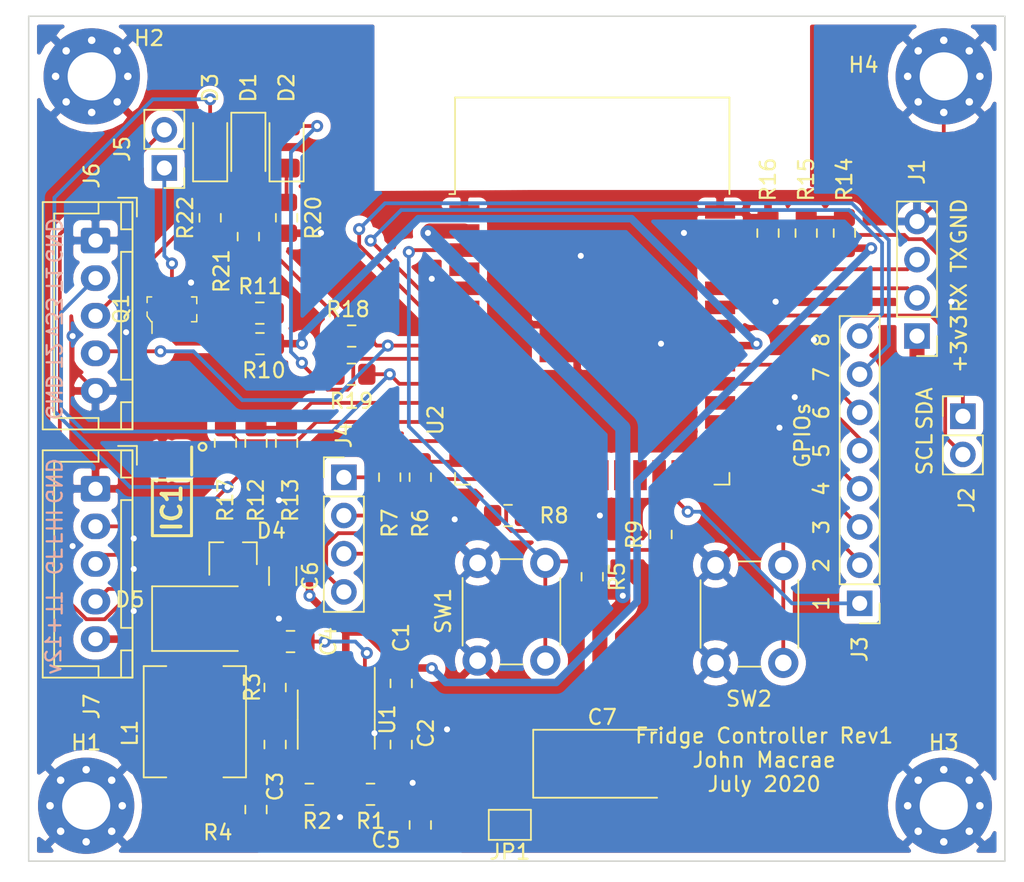
<source format=kicad_pcb>
(kicad_pcb (version 20171130) (host pcbnew "(5.1.6)-1")
  (layers (0 F.Cu signal) (31 B.Cu signal) (34 B.Paste user) (35 F.Paste user) (36 B.SilkS user) (37 F.SilkS user) (38 B.Mask user) (39 F.Mask user) (44 Edge.Cuts user))
  (net 0 "")
  (net 1 GND)
  (net 2 +12V)
  (net 3 "Net-(C2-Pad2)")
  (net 4 "Net-(C3-Pad2)")
  (net 5 "Net-(C4-Pad2)")
  (net 6 "Net-(C4-Pad1)")
  (net 7 +3V3)
  (net 8 "Net-(R5-Pad1)")
  (net 9 tempSig)
  (net 10 tempSig2)
  (net 11 buzzer)
  (net 12 PWM)
  (net 13 SCL)
  (net 14 faultLED)
  (net 15 faultIn)
  (net 16 JTAG3)
  (net 17 JTAG1)
  (net 18 JTAG2)
  (net 19 JTAG4)
  (net 20 GPIO2)
  (net 21 "Net-(SW2-Pad1)")
  (net 22 GPIO3)
  (net 23 GPIO4)
  (net 24 GPIO1)
  (net 25 GPIO5)
  (net 26 GPIO6)
  (net 27 GPIO7)
  (net 28 RX)
  (net 29 TX)
  (net 30 vsens)
  (net 31 SDA)
  (net 32 GNDF)
  (net 33 TermT)
  (net 34 "Net-(D1-Pad1)")
  (net 35 "Net-(D2-Pad1)")
  (net 36 v33)
  (net 37 faultHi)
  (net 38 "Net-(D3-Pad1)")
  (net 39 "Net-(J4-Pad4)")
  (net 40 "Net-(J4-Pad3)")
  (net 41 "Net-(J4-Pad2)")
  (net 42 "Net-(J4-Pad1)")
  (net 43 "Net-(J5-Pad1)")
  (net 44 "Net-(R1-Pad1)")
  (net 45 "Net-(R2-Pad1)")
  (net 46 "Net-(R3-Pad1)")
  (net 47 "Net-(R14-Pad2)")
  (net 48 VCC)
  (net 49 "Net-(IC1-Pad1)")
  (net 50 GPIO8)
  (net 51 "Net-(Q1-Pad1)")
  (net 52 "Net-(C5-Pad1)")
  (module Capacitor_Tantalum_SMD:CP_EIA-7343-31_Kemet-D_Pad2.25x2.55mm_HandSolder (layer F.Cu) (at 100.99 94.488)
    (fp_text reference C7 (at 0 -3.1) (layer F.SilkS))
    (fp_text value 220u)
    (pad 2 smd roundrect (at 3.2 0) (size 2.25 2.55) (layers F.Cu F.Paste F.Mask) (roundrect_rratio 0.111111) (net 1 GND))
    (pad 1 smd roundrect (at -3.2 0) (size 2.25 2.55) (layers F.Cu F.Paste F.Mask) (roundrect_rratio 0.111111) (net 52 "Net-(C5-Pad1)"))
  )
  (module Jumper:SolderJumper-2_P1.3mm_Open_Pad1.0x1.5mm (layer F.Cu) (at 94.854 98.552 180)
    (fp_text reference JP1 (at 0 -1.8) (layer F.SilkS))
    (fp_text value SolderJumper_2_Bridged)
    (pad 1 smd rect (at -0.65 0 180) (size 1 1.5) (layers F.Cu F.Mask) (net 7 +3V3))
    (pad 2 smd rect (at 0.65 0 180) (size 1 1.5) (layers F.Cu F.Mask) (net 52 "Net-(C5-Pad1)"))
  )
  (module Diode_SMD:D_SMB (layer F.Cu) (at 74.6205 84.836)
    (fp_text reference D5 (at -5.0245 -1.27) (layer F.SilkS))
    (fp_text value P6SMB22CA)
    (pad 2 smd rect (at 2.15 0) (size 2.5 2.3) (layers F.Cu F.Paste F.Mask) (net 1 GND))
    (pad 1 smd rect (at -2.15 0) (size 2.5 2.3) (layers F.Cu F.Paste F.Mask) (net 48 VCC))
  )
  (module Package_SO:HSOP-8-1EP_3.9x4.9mm_P1.27mm_EP2.41x3.1mm (layer F.Cu) (at 83.312 91.55 270)
    (fp_text reference U1 (at 0 -3.4 270) (layer F.SilkS))
    (fp_text value EUP3476)
    (pad 1 smd rect (at -2.65 -1.905 270) (size 1.6 0.6) (layers F.Cu F.Paste F.Mask) (net 5 "Net-(C4-Pad2)"))
    (pad 2 smd roundrect (at -2.65 -0.635 270) (size 1.6 0.6) (layers F.Cu F.Paste F.Mask) (net 2 +12V))
    (pad 3 smd roundrect (at -2.65 0.635 270) (size 1.6 0.6) (layers F.Cu F.Paste F.Mask) (net 6 "Net-(C4-Pad1)"))
    (pad 4 smd roundrect (at -2.65 1.905 270) (size 1.6 0.6) (layers F.Cu F.Paste F.Mask) (net 1 GND))
    (pad 5 smd roundrect (at 2.65 1.905 270) (size 1.6 0.6) (layers F.Cu F.Paste F.Mask) (net 46 "Net-(R3-Pad1)"))
    (pad 6 smd roundrect (at 2.65 0.635 270) (size 1.6 0.6) (layers F.Cu F.Paste F.Mask) (net 45 "Net-(R2-Pad1)"))
    (pad 7 smd roundrect (at 2.65 -0.635 270) (size 1.6 0.6) (layers F.Cu F.Paste F.Mask) (net 44 "Net-(R1-Pad1)"))
    (pad 8 smd roundrect (at 2.65 -1.905 270) (size 1.6 0.6) (layers F.Cu F.Paste F.Mask) (net 3 "Net-(C2-Pad2)"))
    (pad 9 smd rect (at 0 0 270) (size 2.41 3.1) (layers F.Cu F.Mask) (net 1 GND))
  )
  (module MountingHole:MountingHole_3.2mm_M3_Pad_Via (layer F.Cu) (at 123.698 48.768)
    (fp_text reference H4 (at -5.334 -0.762) (layer F.SilkS))
    (fp_text value MountingHole_Pad)
    (pad 1 thru_hole circle (at 1.697056 -1.697056) (size 0.8 0.8) (drill 0.5) (layers *.Cu *.Mask) (net 1 GND))
    (pad 1 thru_hole circle (at 0 -2.4) (size 0.8 0.8) (drill 0.5) (layers *.Cu *.Mask) (net 1 GND))
    (pad 1 thru_hole circle (at -1.697056 -1.697056) (size 0.8 0.8) (drill 0.5) (layers *.Cu *.Mask) (net 1 GND))
    (pad 1 thru_hole circle (at -2.4 0) (size 0.8 0.8) (drill 0.5) (layers *.Cu *.Mask) (net 1 GND))
    (pad 1 thru_hole circle (at -1.697056 1.697056) (size 0.8 0.8) (drill 0.5) (layers *.Cu *.Mask) (net 1 GND))
    (pad 1 thru_hole circle (at 0 2.4) (size 0.8 0.8) (drill 0.5) (layers *.Cu *.Mask) (net 1 GND))
    (pad 1 thru_hole circle (at 1.697056 1.697056) (size 0.8 0.8) (drill 0.5) (layers *.Cu *.Mask) (net 1 GND))
    (pad 1 thru_hole circle (at 2.4 0) (size 0.8 0.8) (drill 0.5) (layers *.Cu *.Mask) (net 1 GND))
    (pad 1 thru_hole circle (at 0 0) (size 6.4 6.4) (drill 3.2) (layers *.Cu *.Mask) (net 1 GND))
  )
  (module MountingHole:MountingHole_3.2mm_M3_Pad_Via (layer F.Cu) (at 123.698 97.282)
    (fp_text reference H3 (at 0 -4.2) (layer F.SilkS))
    (fp_text value MountingHole_Pad)
    (pad 1 thru_hole circle (at 1.697056 -1.697056) (size 0.8 0.8) (drill 0.5) (layers *.Cu *.Mask) (net 1 GND))
    (pad 1 thru_hole circle (at 0 -2.4) (size 0.8 0.8) (drill 0.5) (layers *.Cu *.Mask) (net 1 GND))
    (pad 1 thru_hole circle (at -1.697056 -1.697056) (size 0.8 0.8) (drill 0.5) (layers *.Cu *.Mask) (net 1 GND))
    (pad 1 thru_hole circle (at -2.4 0) (size 0.8 0.8) (drill 0.5) (layers *.Cu *.Mask) (net 1 GND))
    (pad 1 thru_hole circle (at -1.697056 1.697056) (size 0.8 0.8) (drill 0.5) (layers *.Cu *.Mask) (net 1 GND))
    (pad 1 thru_hole circle (at 0 2.4) (size 0.8 0.8) (drill 0.5) (layers *.Cu *.Mask) (net 1 GND))
    (pad 1 thru_hole circle (at 1.697056 1.697056) (size 0.8 0.8) (drill 0.5) (layers *.Cu *.Mask) (net 1 GND))
    (pad 1 thru_hole circle (at 2.4 0) (size 0.8 0.8) (drill 0.5) (layers *.Cu *.Mask) (net 1 GND))
    (pad 1 thru_hole circle (at 0 0) (size 6.4 6.4) (drill 3.2) (layers *.Cu *.Mask) (net 1 GND))
  )
  (module MountingHole:MountingHole_3.2mm_M3_Pad_Via (layer F.Cu) (at 67.056 48.768)
    (fp_text reference H2 (at 3.81 -2.54) (layer F.SilkS))
    (fp_text value MountingHole_Pad)
    (pad 1 thru_hole circle (at 1.697056 -1.697056) (size 0.8 0.8) (drill 0.5) (layers *.Cu *.Mask) (net 1 GND))
    (pad 1 thru_hole circle (at 0 -2.4) (size 0.8 0.8) (drill 0.5) (layers *.Cu *.Mask) (net 1 GND))
    (pad 1 thru_hole circle (at -1.697056 -1.697056) (size 0.8 0.8) (drill 0.5) (layers *.Cu *.Mask) (net 1 GND))
    (pad 1 thru_hole circle (at -2.4 0) (size 0.8 0.8) (drill 0.5) (layers *.Cu *.Mask) (net 1 GND))
    (pad 1 thru_hole circle (at -1.697056 1.697056) (size 0.8 0.8) (drill 0.5) (layers *.Cu *.Mask) (net 1 GND))
    (pad 1 thru_hole circle (at 0 2.4) (size 0.8 0.8) (drill 0.5) (layers *.Cu *.Mask) (net 1 GND))
    (pad 1 thru_hole circle (at 1.697056 1.697056) (size 0.8 0.8) (drill 0.5) (layers *.Cu *.Mask) (net 1 GND))
    (pad 1 thru_hole circle (at 2.4 0) (size 0.8 0.8) (drill 0.5) (layers *.Cu *.Mask) (net 1 GND))
    (pad 1 thru_hole circle (at 0 0) (size 6.4 6.4) (drill 3.2) (layers *.Cu *.Mask) (net 1 GND))
  )
  (module MountingHole:MountingHole_3.2mm_M3_Pad_Via (layer F.Cu) (at 66.688 97.282)
    (fp_text reference H1 (at 0 -4.2) (layer F.SilkS))
    (fp_text value MountingHole_Pad)
    (pad 1 thru_hole circle (at 1.697056 -1.697056) (size 0.8 0.8) (drill 0.5) (layers *.Cu *.Mask) (net 1 GND))
    (pad 1 thru_hole circle (at 0 -2.4) (size 0.8 0.8) (drill 0.5) (layers *.Cu *.Mask) (net 1 GND))
    (pad 1 thru_hole circle (at -1.697056 -1.697056) (size 0.8 0.8) (drill 0.5) (layers *.Cu *.Mask) (net 1 GND))
    (pad 1 thru_hole circle (at -2.4 0) (size 0.8 0.8) (drill 0.5) (layers *.Cu *.Mask) (net 1 GND))
    (pad 1 thru_hole circle (at -1.697056 1.697056) (size 0.8 0.8) (drill 0.5) (layers *.Cu *.Mask) (net 1 GND))
    (pad 1 thru_hole circle (at 0 2.4) (size 0.8 0.8) (drill 0.5) (layers *.Cu *.Mask) (net 1 GND))
    (pad 1 thru_hole circle (at 1.697056 1.697056) (size 0.8 0.8) (drill 0.5) (layers *.Cu *.Mask) (net 1 GND))
    (pad 1 thru_hole circle (at 2.4 0) (size 0.8 0.8) (drill 0.5) (layers *.Cu *.Mask) (net 1 GND))
    (pad 1 thru_hole circle (at 0 0) (size 6.4 6.4) (drill 3.2) (layers *.Cu *.Mask) (net 1 GND))
  )
  (module SamacSys_Parts:SOIC127P700X242-4N (layer F.Cu) (at 72.39 77.47 270)
    (fp_text reference IC1 (at 0 0 90) (layer F.SilkS) (effects (font (size 1.27 1.27) (thickness 0.254))))
    (fp_text value ACPL-217-56AE hide)
    (pad 1 smd rect (at -3.125 -0.635) (size 0.65 1.85) (layers F.Cu F.Paste F.Mask) (net 49 "Net-(IC1-Pad1)"))
    (pad 2 smd rect (at -3.125 0.635) (size 0.65 1.85) (layers F.Cu F.Paste F.Mask) (net 1 GND))
    (pad 3 smd rect (at 3.125 0.635) (size 0.65 1.85) (layers F.Cu F.Paste F.Mask) (net 32 GNDF))
    (pad 4 smd rect (at 3.125 -0.635) (size 0.65 1.85) (layers F.Cu F.Paste F.Mask) (net 33 TermT))
  )
  (module Resistor_SMD:R_0805_2012Metric_Pad1.15x1.40mm_HandSolder (layer F.Cu) (at 80.01 73.161 270)
    (fp_text reference R13 (at 3.801 -0.254 90) (layer F.SilkS))
    (fp_text value 20k)
    (pad 1 smd roundrect (at -1.025 0 270) (size 1.15 1.4) (layers F.Cu F.Paste F.Mask) (roundrect_rratio 0.217391) (net 15 faultIn))
    (pad 2 smd roundrect (at 1.025 0 270) (size 1.15 1.4) (layers F.Cu F.Paste F.Mask) (roundrect_rratio 0.217391) (net 1 GND))
  )
  (module Connector_JST:JST_XH_B5B-XH-A_1x05_P2.50mm_Vertical (layer F.Cu) (at 67.31 76.2 270)
    (fp_text reference J7 (at 14.478 0.254 90) (layer F.SilkS))
    (fp_text value Conn_01x05_Male)
    (pad 1 thru_hole roundrect (at 0 0 270) (size 1.7 1.95) (drill 0.95) (layers *.Cu *.Mask) (roundrect_rratio 0.147059) (net 1 GND))
    (pad 2 thru_hole oval (at 2.5 0 270) (size 1.7 1.95) (drill 0.95) (layers *.Cu *.Mask) (net 37 faultHi))
    (pad 3 thru_hole oval (at 5 0 270) (size 1.7 1.95) (drill 0.95) (layers *.Cu *.Mask) (net 32 GNDF))
    (pad 4 thru_hole oval (at 7.5 0 270) (size 1.7 1.95) (drill 0.95) (layers *.Cu *.Mask) (net 33 TermT))
    (pad 5 thru_hole oval (at 10 0 270) (size 1.7 1.95) (drill 0.95) (layers *.Cu *.Mask) (net 48 VCC))
  )
  (module Capacitor_SMD:C_0805_2012Metric_Pad1.15x1.40mm_HandSolder (layer F.Cu) (at 87.63 89.145 90)
    (fp_text reference C1 (at 3.039 0 90) (layer F.SilkS))
    (fp_text value 10u)
    (pad 1 smd roundrect (at -1.025 0 90) (size 1.15 1.4) (layers F.Cu F.Paste F.Mask) (roundrect_rratio 0.217391) (net 1 GND))
    (pad 2 smd roundrect (at 1.025 0 90) (size 1.15 1.4) (layers F.Cu F.Paste F.Mask) (roundrect_rratio 0.217391) (net 2 +12V))
  )
  (module Capacitor_SMD:C_0805_2012Metric_Pad1.15x1.40mm_HandSolder (layer F.Cu) (at 87.63 93.209 270)
    (fp_text reference C2 (at -0.753 -1.65 90) (layer F.SilkS))
    (fp_text value .1u)
    (pad 2 smd roundrect (at 1.025 0 270) (size 1.15 1.4) (layers F.Cu F.Paste F.Mask) (roundrect_rratio 0.217391) (net 3 "Net-(C2-Pad2)"))
    (pad 1 smd roundrect (at -1.025 0 270) (size 1.15 1.4) (layers F.Cu F.Paste F.Mask) (roundrect_rratio 0.217391) (net 1 GND))
  )
  (module Capacitor_SMD:C_0805_2012Metric_Pad1.15x1.40mm_HandSolder (layer F.Cu) (at 79.248 93.209 270)
    (fp_text reference C3 (at 2.803 0 90) (layer F.SilkS))
    (fp_text value 2.2n)
    (pad 1 smd roundrect (at -1.025 0 270) (size 1.15 1.4) (layers F.Cu F.Paste F.Mask) (roundrect_rratio 0.217391) (net 1 GND))
    (pad 2 smd roundrect (at 1.025 0 270) (size 1.15 1.4) (layers F.Cu F.Paste F.Mask) (roundrect_rratio 0.217391) (net 4 "Net-(C3-Pad2)"))
  )
  (module Capacitor_SMD:C_0805_2012Metric_Pad1.15x1.40mm_HandSolder (layer F.Cu) (at 80.273 86.36)
    (fp_text reference C4 (at 2.531 0 90) (layer F.SilkS))
    (fp_text value 10n)
    (pad 2 smd roundrect (at 1.025 0) (size 1.15 1.4) (layers F.Cu F.Paste F.Mask) (roundrect_rratio 0.217391) (net 5 "Net-(C4-Pad2)"))
    (pad 1 smd roundrect (at -1.025 0) (size 1.15 1.4) (layers F.Cu F.Paste F.Mask) (roundrect_rratio 0.217391) (net 6 "Net-(C4-Pad1)"))
  )
  (module Capacitor_SMD:C_0805_2012Metric_Pad1.15x1.40mm_HandSolder (layer F.Cu) (at 88.9 98.561 90)
    (fp_text reference C5 (at -1.007 -2.286 180) (layer F.SilkS))
    (fp_text value 22u)
    (pad 1 smd roundrect (at -1.025 0 90) (size 1.15 1.4) (layers F.Cu F.Paste F.Mask) (roundrect_rratio 0.217391) (net 52 "Net-(C5-Pad1)"))
    (pad 2 smd roundrect (at 1.025 0 90) (size 1.15 1.4) (layers F.Cu F.Paste F.Mask) (roundrect_rratio 0.217391) (net 1 GND))
  )
  (module LED_SMD:LED_1206_3216Metric (layer F.Cu) (at 80.01 53.47 90)
    (fp_text reference D1 (at 3.94 -2.54 90) (layer F.SilkS))
    (fp_text value "Blue LED")
    (pad 1 smd roundrect (at -1.4 0 90) (size 1.25 1.75) (layers F.Cu F.Paste F.Mask) (roundrect_rratio 0.2) (net 34 "Net-(D1-Pad1)"))
    (pad 2 smd roundrect (at 1.4 0 90) (size 1.25 1.75) (layers F.Cu F.Paste F.Mask) (roundrect_rratio 0.2) (net 14 faultLED))
  )
  (module LED_SMD:LED_1206_3216Metric (layer F.Cu) (at 77.47 53.47 270)
    (fp_text reference D2 (at -3.94 -2.54 90) (layer F.SilkS))
    (fp_text value "Green LED")
    (pad 1 smd roundrect (at -1.4 0 270) (size 1.25 1.75) (layers F.Cu F.Paste F.Mask) (roundrect_rratio 0.2) (net 35 "Net-(D2-Pad1)"))
    (pad 2 smd roundrect (at 1.4 0 270) (size 1.25 1.75) (layers F.Cu F.Paste F.Mask) (roundrect_rratio 0.2) (net 36 v33))
  )
  (module LED_SMD:LED_1206_3216Metric (layer F.Cu) (at 74.93 53.467 90)
    (fp_text reference D3 (at 3.937 0 90) (layer F.SilkS))
    (fp_text value Red)
    (pad 2 smd roundrect (at 1.4 0 90) (size 1.25 1.75) (layers F.Cu F.Paste F.Mask) (roundrect_rratio 0.2) (net 37 faultHi))
    (pad 1 smd roundrect (at -1.4 0 90) (size 1.25 1.75) (layers F.Cu F.Paste F.Mask) (roundrect_rratio 0.2) (net 38 "Net-(D3-Pad1)"))
  )
  (module Connector_PinHeader_2.54mm:PinHeader_1x04_P2.54mm_Vertical (layer F.Cu) (at 121.92 66.04 180)
    (fp_text reference J1 (at 0 10.922 270) (layer F.SilkS))
    (fp_text value Conn_01x04_Male)
    (pad 1 thru_hole rect (at 0 0 180) (size 1.7 1.7) (drill 1) (layers *.Cu *.Mask) (net 7 +3V3))
    (pad 2 thru_hole oval (at 0 2.54 180) (size 1.7 1.7) (drill 1) (layers *.Cu *.Mask) (net 28 RX))
    (pad 3 thru_hole oval (at 0 5.08 180) (size 1.7 1.7) (drill 1) (layers *.Cu *.Mask) (net 29 TX))
    (pad 4 thru_hole oval (at 0 7.62 180) (size 1.7 1.7) (drill 1) (layers *.Cu *.Mask) (net 1 GND))
  )
  (module Connector_PinHeader_2.54mm:PinHeader_1x02_P2.54mm_Vertical (layer F.Cu) (at 124.968 71.374)
    (fp_text reference J2 (at 0.254 5.588 90) (layer F.SilkS))
    (fp_text value Conn_01x02_Male)
    (pad 2 thru_hole oval (at 0 2.54) (size 1.7 1.7) (drill 1) (layers *.Cu *.Mask) (net 13 SCL))
    (pad 1 thru_hole rect (at 0 0) (size 1.7 1.7) (drill 1) (layers *.Cu *.Mask) (net 31 SDA))
  )
  (module Connector_PinHeader_2.54mm:PinHeader_1x04_P2.54mm_Vertical (layer F.Cu) (at 83.82 75.438)
    (fp_text reference J4 (at 0 -2.794 -90) (layer F.SilkS))
    (fp_text value Conn_01x04_Male)
    (pad 4 thru_hole oval (at 0 7.62) (size 1.7 1.7) (drill 1) (layers *.Cu *.Mask) (net 39 "Net-(J4-Pad4)"))
    (pad 3 thru_hole oval (at 0 5.08) (size 1.7 1.7) (drill 1) (layers *.Cu *.Mask) (net 40 "Net-(J4-Pad3)"))
    (pad 2 thru_hole oval (at 0 2.54) (size 1.7 1.7) (drill 1) (layers *.Cu *.Mask) (net 41 "Net-(J4-Pad2)"))
    (pad 1 thru_hole rect (at 0 0) (size 1.7 1.7) (drill 1) (layers *.Cu *.Mask) (net 42 "Net-(J4-Pad1)"))
  )
  (module Connector_PinHeader_2.54mm:PinHeader_1x02_P2.54mm_Vertical (layer F.Cu) (at 71.882 54.864 180)
    (fp_text reference J5 (at 2.794 1.27 90) (layer F.SilkS))
    (fp_text value Conn_01x02_Male)
    (pad 1 thru_hole rect (at 0 0 180) (size 1.7 1.7) (drill 1) (layers *.Cu *.Mask) (net 43 "Net-(J5-Pad1)"))
    (pad 2 thru_hole oval (at 0 2.54 180) (size 1.7 1.7) (drill 1) (layers *.Cu *.Mask) (net 2 +12V))
  )
  (module Connector_JST:JST_XH_B5B-XH-A_1x05_P2.50mm_Vertical (layer F.Cu) (at 67.31 59.69 270)
    (fp_text reference J6 (at -4.318 0.254 90) (layer F.SilkS))
    (fp_text value Conn_01x05_Male)
    (pad 5 thru_hole oval (at 10 0 270) (size 1.7 1.95) (drill 0.95) (layers *.Cu *.Mask) (net 1 GND))
    (pad 4 thru_hole oval (at 7.5 0 270) (size 1.7 1.95) (drill 0.95) (layers *.Cu *.Mask) (net 10 tempSig2))
    (pad 3 thru_hole oval (at 5 0 270) (size 1.7 1.95) (drill 0.95) (layers *.Cu *.Mask) (net 36 v33))
    (pad 2 thru_hole oval (at 2.5 0 270) (size 1.7 1.95) (drill 0.95) (layers *.Cu *.Mask) (net 9 tempSig))
    (pad 1 thru_hole roundrect (at 0 0 270) (size 1.7 1.95) (drill 0.95) (layers *.Cu *.Mask) (roundrect_rratio 0.147059) (net 1 GND))
  )
  (module Inductor_SMD:L_Abracon_ASPI-0630LR (layer F.Cu) (at 73.914 91.694 270)
    (fp_text reference L1 (at 0.762 4.318 90) (layer F.SilkS))
    (fp_text value 6.8u)
    (pad 1 smd roundrect (at -3.025 0 270) (size 2.35 3.4) (layers F.Cu F.Paste F.Mask) (roundrect_rratio 0.1) (net 6 "Net-(C4-Pad1)"))
    (pad 2 smd roundrect (at 3.025 0 270) (size 2.35 3.4) (layers F.Cu F.Paste F.Mask) (roundrect_rratio 0.1) (net 52 "Net-(C5-Pad1)"))
  )
  (module Resistor_SMD:R_0805_2012Metric_Pad1.15x1.40mm_HandSolder (layer F.Cu) (at 85.589 96.52)
    (fp_text reference R1 (at 0.009 1.778) (layer F.SilkS))
    (fp_text value 100k)
    (pad 2 smd roundrect (at 1.025 0) (size 1.15 1.4) (layers F.Cu F.Paste F.Mask) (roundrect_rratio 0.217391) (net 2 +12V))
    (pad 1 smd roundrect (at -1.025 0) (size 1.15 1.4) (layers F.Cu F.Paste F.Mask) (roundrect_rratio 0.217391) (net 44 "Net-(R1-Pad1)"))
  )
  (module Resistor_SMD:R_0805_2012Metric_Pad1.15x1.40mm_HandSolder (layer F.Cu) (at 81.525 96.52 180)
    (fp_text reference R2 (at -0.517 -1.778) (layer F.SilkS))
    (fp_text value 10k)
    (pad 1 smd roundrect (at -1.025 0 180) (size 1.15 1.4) (layers F.Cu F.Paste F.Mask) (roundrect_rratio 0.217391) (net 45 "Net-(R2-Pad1)"))
    (pad 2 smd roundrect (at 1.025 0 180) (size 1.15 1.4) (layers F.Cu F.Paste F.Mask) (roundrect_rratio 0.217391) (net 4 "Net-(C3-Pad2)"))
  )
  (module Resistor_SMD:R_0805_2012Metric_Pad1.15x1.40mm_HandSolder (layer F.Cu) (at 79.248 89.417 90)
    (fp_text reference R3 (at 0.009 -1.524 90) (layer F.SilkS))
    (fp_text value 10k)
    (pad 2 smd roundrect (at 1.025 0 90) (size 1.15 1.4) (layers F.Cu F.Paste F.Mask) (roundrect_rratio 0.217391) (net 1 GND))
    (pad 1 smd roundrect (at -1.025 0 90) (size 1.15 1.4) (layers F.Cu F.Paste F.Mask) (roundrect_rratio 0.217391) (net 46 "Net-(R3-Pad1)"))
  )
  (module Resistor_SMD:R_0805_2012Metric_Pad1.15x1.40mm_HandSolder (layer F.Cu) (at 77.978 97.536 270)
    (fp_text reference R4 (at 1.524 2.54) (layer F.SilkS))
    (fp_text value 31.25k)
    (pad 1 smd roundrect (at -1.025 0 270) (size 1.15 1.4) (layers F.Cu F.Paste F.Mask) (roundrect_rratio 0.217391) (net 46 "Net-(R3-Pad1)"))
    (pad 2 smd roundrect (at 1.025 0 270) (size 1.15 1.4) (layers F.Cu F.Paste F.Mask) (roundrect_rratio 0.217391) (net 52 "Net-(C5-Pad1)"))
  )
  (module Resistor_SMD:R_0805_2012Metric_Pad1.15x1.40mm_HandSolder (layer F.Cu) (at 100.33 82.051 270)
    (fp_text reference R5 (at 0 -1.65 90) (layer F.SilkS))
    (fp_text value 1k)
    (pad 2 smd roundrect (at 1.025 0 270) (size 1.15 1.4) (layers F.Cu F.Paste F.Mask) (roundrect_rratio 0.217391) (net 7 +3V3))
    (pad 1 smd roundrect (at -1.025 0 270) (size 1.15 1.4) (layers F.Cu F.Paste F.Mask) (roundrect_rratio 0.217391) (net 8 "Net-(R5-Pad1)"))
  )
  (module Resistor_SMD:R_0805_2012Metric_Pad1.15x1.40mm_HandSolder (layer F.Cu) (at 88.9 75.429 270)
    (fp_text reference R6 (at 3.057 0 90) (layer F.SilkS))
    (fp_text value 100R)
    (pad 2 smd roundrect (at 1.025 0 270) (size 1.15 1.4) (layers F.Cu F.Paste F.Mask) (roundrect_rratio 0.217391) (net 39 "Net-(J4-Pad4)"))
    (pad 1 smd roundrect (at -1.025 0 270) (size 1.15 1.4) (layers F.Cu F.Paste F.Mask) (roundrect_rratio 0.217391) (net 17 JTAG1))
  )
  (module Resistor_SMD:R_0805_2012Metric_Pad1.15x1.40mm_HandSolder (layer F.Cu) (at 86.868 75.429 270)
    (fp_text reference R7 (at 3.057 0 90) (layer F.SilkS))
    (fp_text value 100R)
    (pad 2 smd roundrect (at 1.025 0 270) (size 1.15 1.4) (layers F.Cu F.Paste F.Mask) (roundrect_rratio 0.217391) (net 41 "Net-(J4-Pad2)"))
    (pad 1 smd roundrect (at -1.025 0 270) (size 1.15 1.4) (layers F.Cu F.Paste F.Mask) (roundrect_rratio 0.217391) (net 16 JTAG3))
  )
  (module Resistor_SMD:R_0805_2012Metric_Pad1.15x1.40mm_HandSolder (layer F.Cu) (at 94.733 77.978 180)
    (fp_text reference R8 (at -3.057 0) (layer F.SilkS))
    (fp_text value 100R)
    (pad 1 smd roundrect (at -1.025 0 180) (size 1.15 1.4) (layers F.Cu F.Paste F.Mask) (roundrect_rratio 0.217391) (net 18 JTAG2))
    (pad 2 smd roundrect (at 1.025 0 180) (size 1.15 1.4) (layers F.Cu F.Paste F.Mask) (roundrect_rratio 0.217391) (net 40 "Net-(J4-Pad3)"))
  )
  (module Resistor_SMD:R_0805_2012Metric_Pad1.15x1.40mm_HandSolder (layer F.Cu) (at 104.902 79.239 270)
    (fp_text reference R9 (at 0 1.778 90) (layer F.SilkS))
    (fp_text value 100R)
    (pad 1 smd roundrect (at -1.025 0 270) (size 1.15 1.4) (layers F.Cu F.Paste F.Mask) (roundrect_rratio 0.217391) (net 19 JTAG4))
    (pad 2 smd roundrect (at 1.025 0 270) (size 1.15 1.4) (layers F.Cu F.Paste F.Mask) (roundrect_rratio 0.217391) (net 42 "Net-(J4-Pad1)"))
  )
  (module Resistor_SMD:R_0805_2012Metric_Pad1.15x1.40mm_HandSolder (layer F.Cu) (at 78.241 66.548)
    (fp_text reference R10 (at 0.263 1.778) (layer F.SilkS))
    (fp_text value 1k)
    (pad 1 smd roundrect (at -1.025 0) (size 1.15 1.4) (layers F.Cu F.Paste F.Mask) (roundrect_rratio 0.217391) (net 51 "Net-(Q1-Pad1)"))
    (pad 2 smd roundrect (at 1.025 0) (size 1.15 1.4) (layers F.Cu F.Paste F.Mask) (roundrect_rratio 0.217391) (net 11 buzzer))
  )
  (module Resistor_SMD:R_0805_2012Metric_Pad1.15x1.40mm_HandSolder (layer F.Cu) (at 78.232 64.516)
    (fp_text reference R11 (at 0.009 -1.778) (layer F.SilkS))
    (fp_text value 10k)
    (pad 2 smd roundrect (at 1.025 0) (size 1.15 1.4) (layers F.Cu F.Paste F.Mask) (roundrect_rratio 0.217391) (net 51 "Net-(Q1-Pad1)"))
    (pad 1 smd roundrect (at -1.025 0) (size 1.15 1.4) (layers F.Cu F.Paste F.Mask) (roundrect_rratio 0.217391) (net 1 GND))
  )
  (module Resistor_SMD:R_0805_2012Metric_Pad1.15x1.40mm_HandSolder (layer F.Cu) (at 77.978 73.161 90)
    (fp_text reference R12 (at -3.801 0 270) (layer F.SilkS))
    (fp_text value 100k)
    (pad 2 smd roundrect (at 1.025 0 90) (size 1.15 1.4) (layers F.Cu F.Paste F.Mask) (roundrect_rratio 0.217391) (net 15 faultIn))
    (pad 1 smd roundrect (at -1.025 0 90) (size 1.15 1.4) (layers F.Cu F.Paste F.Mask) (roundrect_rratio 0.217391) (net 37 faultHi))
  )
  (module Resistor_SMD:R_0805_2012Metric_Pad1.15x1.40mm_HandSolder (layer F.Cu) (at 117.094 59.191 90)
    (fp_text reference R14 (at 3.565 0 90) (layer F.SilkS))
    (fp_text value 20k)
    (pad 2 smd roundrect (at 1.025 0 90) (size 1.15 1.4) (layers F.Cu F.Paste F.Mask) (roundrect_rratio 0.217391) (net 47 "Net-(R14-Pad2)"))
    (pad 1 smd roundrect (at -1.025 0 90) (size 1.15 1.4) (layers F.Cu F.Paste F.Mask) (roundrect_rratio 0.217391) (net 2 +12V))
  )
  (module Resistor_SMD:R_0805_2012Metric_Pad1.15x1.40mm_HandSolder (layer F.Cu) (at 114.554 59.191 90)
    (fp_text reference R15 (at 3.565 0 90) (layer F.SilkS))
    (fp_text value 20k)
    (pad 1 smd roundrect (at -1.025 0 90) (size 1.15 1.4) (layers F.Cu F.Paste F.Mask) (roundrect_rratio 0.217391) (net 30 vsens))
    (pad 2 smd roundrect (at 1.025 0 90) (size 1.15 1.4) (layers F.Cu F.Paste F.Mask) (roundrect_rratio 0.217391) (net 47 "Net-(R14-Pad2)"))
  )
  (module Resistor_SMD:R_0805_2012Metric_Pad1.15x1.40mm_HandSolder (layer F.Cu) (at 112.014 59.191 270)
    (fp_text reference R16 (at -3.565 0 90) (layer F.SilkS))
    (fp_text value 10k)
    (pad 1 smd roundrect (at -1.025 0 270) (size 1.15 1.4) (layers F.Cu F.Paste F.Mask) (roundrect_rratio 0.217391) (net 1 GND))
    (pad 2 smd roundrect (at 1.025 0 270) (size 1.15 1.4) (layers F.Cu F.Paste F.Mask) (roundrect_rratio 0.217391) (net 30 vsens))
  )
  (module Resistor_SMD:R_0805_2012Metric_Pad1.15x1.40mm_HandSolder (layer F.Cu) (at 75.946 73.161 90)
    (fp_text reference R17 (at -3.801 0 90) (layer F.SilkS))
    (fp_text value R500)
    (pad 2 smd roundrect (at 1.025 0 90) (size 1.15 1.4) (layers F.Cu F.Paste F.Mask) (roundrect_rratio 0.217391) (net 12 PWM))
    (pad 1 smd roundrect (at -1.025 0 90) (size 1.15 1.4) (layers F.Cu F.Paste F.Mask) (roundrect_rratio 0.217391) (net 49 "Net-(IC1-Pad1)"))
  )
  (module Resistor_SMD:R_0805_2012Metric_Pad1.15x1.40mm_HandSolder (layer F.Cu) (at 84.337 66.04 180)
    (fp_text reference R18 (at 0.245 1.778 180) (layer F.SilkS))
    (fp_text value 4.7k)
    (pad 2 smd roundrect (at 1.025 0 180) (size 1.15 1.4) (layers F.Cu F.Paste F.Mask) (roundrect_rratio 0.217) (net 36 v33))
    (pad 1 smd roundrect (at -1.025 0 180) (size 1.15 1.4) (layers F.Cu F.Paste F.Mask) (roundrect_rratio 0.217391) (net 10 tempSig2))
  )
  (module Resistor_SMD:R_0805_2012Metric_Pad1.15x1.40mm_HandSolder (layer F.Cu) (at 84.319 68.58)
    (fp_text reference R19 (at 0 1.778) (layer F.SilkS))
    (fp_text value 4.7k)
    (pad 1 smd roundrect (at -1.025 0) (size 1.15 1.4) (layers F.Cu F.Paste F.Mask) (roundrect_rratio 0.217391) (net 36 v33))
    (pad 2 smd roundrect (at 1.025 0) (size 1.15 1.4) (layers F.Cu F.Paste F.Mask) (roundrect_rratio 0.217391) (net 9 tempSig))
  )
  (module Resistor_SMD:R_0805_2012Metric_Pad1.15x1.40mm_HandSolder (layer F.Cu) (at 80.01 58.175 90)
    (fp_text reference R20 (at 0 1.778 90) (layer F.SilkS))
    (fp_text value 1k)
    (pad 2 smd roundrect (at 1.025 0 90) (size 1.15 1.4) (layers F.Cu F.Paste F.Mask) (roundrect_rratio 0.217391) (net 34 "Net-(D1-Pad1)"))
    (pad 1 smd roundrect (at -1.025 0 90) (size 1.15 1.4) (layers F.Cu F.Paste F.Mask) (roundrect_rratio 0.217391) (net 1 GND))
  )
  (module Resistor_SMD:R_0805_2012Metric_Pad1.15x1.40mm_HandSolder (layer F.Cu) (at 77.47 59.427 90)
    (fp_text reference R21 (at -2.295 -1.778 90) (layer F.SilkS))
    (fp_text value 1k)
    (pad 1 smd roundrect (at -1.025 0 90) (size 1.15 1.4) (layers F.Cu F.Paste F.Mask) (roundrect_rratio 0.217391) (net 1 GND))
    (pad 2 smd roundrect (at 1.025 0 90) (size 1.15 1.4) (layers F.Cu F.Paste F.Mask) (roundrect_rratio 0.217391) (net 35 "Net-(D2-Pad1)"))
  )
  (module Resistor_SMD:R_0805_2012Metric_Pad1.15x1.40mm_HandSolder (layer F.Cu) (at 74.93 58.175 90)
    (fp_text reference R22 (at 0 -1.65 90) (layer F.SilkS))
    (fp_text value 1k)
    (pad 1 smd roundrect (at -1.025 0 90) (size 1.15 1.4) (layers F.Cu F.Paste F.Mask) (roundrect_rratio 0.217391) (net 1 GND))
    (pad 2 smd roundrect (at 1.025 0 90) (size 1.15 1.4) (layers F.Cu F.Paste F.Mask) (roundrect_rratio 0.217391) (net 38 "Net-(D3-Pad1)"))
  )
  (module Button_Switch_THT:SW_PUSH_6mm_H5mm (layer F.Cu) (at 92.71 87.63 90)
    (fp_text reference SW1 (at 3.302 -2.286 90) (layer F.SilkS))
    (fp_text value SW_Push)
    (pad 1 thru_hole circle (at 6.5 0 180) (size 2 2) (drill 1.1) (layers *.Cu *.Mask) (net 1 GND))
    (pad 2 thru_hole circle (at 6.5 4.5 180) (size 2 2) (drill 1.1) (layers *.Cu *.Mask) (net 8 "Net-(R5-Pad1)"))
    (pad 1 thru_hole circle (at 0 0 180) (size 2 2) (drill 1.1) (layers *.Cu *.Mask) (net 1 GND))
    (pad 2 thru_hole circle (at 0 4.5 180) (size 2 2) (drill 1.1) (layers *.Cu *.Mask) (net 8 "Net-(R5-Pad1)"))
  )
  (module Button_Switch_THT:SW_PUSH_6mm_H5mm (layer F.Cu) (at 113.03 81.28 270)
    (fp_text reference SW2 (at 8.89 2.286 180) (layer F.SilkS))
    (fp_text value SW_Push)
    (pad 2 thru_hole circle (at 0 4.5) (size 2 2) (drill 1.1) (layers *.Cu *.Mask) (net 1 GND))
    (pad 1 thru_hole circle (at 0 0) (size 2 2) (drill 1.1) (layers *.Cu *.Mask) (net 21 "Net-(SW2-Pad1)"))
    (pad 2 thru_hole circle (at 6.5 4.5) (size 2 2) (drill 1.1) (layers *.Cu *.Mask) (net 1 GND))
    (pad 1 thru_hole circle (at 6.5 0) (size 2 2) (drill 1.1) (layers *.Cu *.Mask) (net 21 "Net-(SW2-Pad1)"))
  )
  (module RF_Module:ESP32-WROOM-32 (layer F.Cu) (at 100.33 66.04)
    (fp_text reference U2 (at -10.414 5.588 90) (layer F.SilkS))
    (fp_text value "ESP32-WROOM-32UE(M113EH2800UH3Q0) ")
    (pad 39 smd rect (at -1 -0.755) (size 5 5) (layers F.Cu F.Paste F.Mask) (net 1 GND))
    (pad 1 smd rect (at -8.5 -8.255) (size 2 0.9) (layers F.Cu F.Paste F.Mask) (net 1 GND))
    (pad 2 smd rect (at -8.5 -6.985) (size 2 0.9) (layers F.Cu F.Paste F.Mask) (net 7 +3V3))
    (pad 3 smd rect (at -8.5 -5.715) (size 2 0.9) (layers F.Cu F.Paste F.Mask) (net 8 "Net-(R5-Pad1)"))
    (pad 4 smd rect (at -8.5 -4.445) (size 2 0.9) (layers F.Cu F.Paste F.Mask))
    (pad 5 smd rect (at -8.5 -3.175) (size 2 0.9) (layers F.Cu F.Paste F.Mask))
    (pad 6 smd rect (at -8.5 -1.905) (size 2 0.9) (layers F.Cu F.Paste F.Mask) (net 50 GPIO8))
    (pad 7 smd rect (at -8.5 -0.635) (size 2 0.9) (layers F.Cu F.Paste F.Mask) (net 27 GPIO7))
    (pad 8 smd rect (at -8.5 0.635) (size 2 0.9) (layers F.Cu F.Paste F.Mask) (net 10 tempSig2))
    (pad 9 smd rect (at -8.5 1.905) (size 2 0.9) (layers F.Cu F.Paste F.Mask) (net 14 faultLED))
    (pad 10 smd rect (at -8.5 3.175) (size 2 0.9) (layers F.Cu F.Paste F.Mask) (net 9 tempSig))
    (pad 11 smd rect (at -8.5 4.445) (size 2 0.9) (layers F.Cu F.Paste F.Mask) (net 15 faultIn))
    (pad 12 smd rect (at -8.5 5.715) (size 2 0.9) (layers F.Cu F.Paste F.Mask) (net 12 PWM))
    (pad 13 smd rect (at -8.5 6.985) (size 2 0.9) (layers F.Cu F.Paste F.Mask) (net 16 JTAG3))
    (pad 14 smd rect (at -8.5 8.255) (size 2 0.9) (layers F.Cu F.Paste F.Mask) (net 17 JTAG1))
    (pad 15 smd rect (at -5.715 9.255 90) (size 2 0.9) (layers F.Cu F.Paste F.Mask) (net 1 GND))
    (pad 16 smd rect (at -4.445 9.255 90) (size 2 0.9) (layers F.Cu F.Paste F.Mask) (net 18 JTAG2))
    (pad 17 smd rect (at -3.175 9.255 90) (size 2 0.9) (layers F.Cu F.Paste F.Mask))
    (pad 18 smd rect (at -1.905 9.255 90) (size 2 0.9) (layers F.Cu F.Paste F.Mask))
    (pad 19 smd rect (at -0.635 9.255 90) (size 2 0.9) (layers F.Cu F.Paste F.Mask))
    (pad 20 smd rect (at 0.635 9.255 90) (size 2 0.9) (layers F.Cu F.Paste F.Mask))
    (pad 21 smd rect (at 1.905 9.255 90) (size 2 0.9) (layers F.Cu F.Paste F.Mask))
    (pad 22 smd rect (at 3.175 9.255 90) (size 2 0.9) (layers F.Cu F.Paste F.Mask))
    (pad 23 smd rect (at 4.445 9.255 90) (size 2 0.9) (layers F.Cu F.Paste F.Mask) (net 19 JTAG4))
    (pad 24 smd rect (at 5.715 9.255 90) (size 2 0.9) (layers F.Cu F.Paste F.Mask) (net 24 GPIO1))
    (pad 25 smd rect (at 8.5 8.255) (size 2 0.9) (layers F.Cu F.Paste F.Mask) (net 21 "Net-(SW2-Pad1)"))
    (pad 26 smd rect (at 8.5 6.985) (size 2 0.9) (layers F.Cu F.Paste F.Mask) (net 20 GPIO2))
    (pad 27 smd rect (at 8.5 5.715) (size 2 0.9) (layers F.Cu F.Paste F.Mask) (net 22 GPIO3))
    (pad 28 smd rect (at 8.5 4.445) (size 2 0.9) (layers F.Cu F.Paste F.Mask) (net 23 GPIO4))
    (pad 29 smd rect (at 8.5 3.175) (size 2 0.9) (layers F.Cu F.Paste F.Mask) (net 25 GPIO5))
    (pad 30 smd rect (at 8.5 1.905) (size 2 0.9) (layers F.Cu F.Paste F.Mask) (net 26 GPIO6))
    (pad 31 smd rect (at 8.5 0.635) (size 2 0.9) (layers F.Cu F.Paste F.Mask) (net 11 buzzer))
    (pad 32 smd rect (at 8.5 -0.635) (size 2 0.9) (layers F.Cu F.Paste F.Mask))
    (pad 33 smd rect (at 8.5 -1.905) (size 2 0.9) (layers F.Cu F.Paste F.Mask) (net 13 SCL))
    (pad 34 smd rect (at 8.5 -3.175) (size 2 0.9) (layers F.Cu F.Paste F.Mask) (net 28 RX))
    (pad 35 smd rect (at 8.5 -4.445) (size 2 0.9) (layers F.Cu F.Paste F.Mask) (net 29 TX))
    (pad 36 smd rect (at 8.5 -5.715) (size 2 0.9) (layers F.Cu F.Paste F.Mask) (net 30 vsens))
    (pad 37 smd rect (at 8.5 -6.985) (size 2 0.9) (layers F.Cu F.Paste F.Mask) (net 31 SDA))
    (pad 38 smd rect (at 8.5 -8.255) (size 2 0.9) (layers F.Cu F.Paste F.Mask) (net 1 GND))
  )
  (module Capacitor_SMD:C_1206_3216Metric_Pad1.42x1.75mm_HandSolder (layer F.Cu) (at 79.756 82.0055 270)
    (fp_text reference C6 (at 0 -1.82 90) (layer F.SilkS))
    (fp_text value 220u)
    (pad 1 smd roundrect (at -1.4875 0 270) (size 1.425 1.75) (layers F.Cu F.Paste F.Mask) (roundrect_rratio 0.175439) (net 2 +12V))
    (pad 2 smd roundrect (at 1.4875 0 270) (size 1.425 1.75) (layers F.Cu F.Paste F.Mask) (roundrect_rratio 0.175439) (net 1 GND))
  )
  (module Diode_SMD:D_SOT-23_ANK (layer F.Cu) (at 76.454 80.518 90)
    (fp_text reference D4 (at 1.524 2.54) (layer F.SilkS))
    (fp_text value "BAT 54")
    (pad 2 smd rect (at -1 -0.95 90) (size 0.9 0.8) (layers F.Cu F.Paste F.Mask) (net 48 VCC))
    (pad "" smd rect (at -1 0.95 90) (size 0.9 0.8) (layers F.Cu F.Paste F.Mask))
    (pad 1 smd rect (at 1 0 90) (size 0.9 0.8) (layers F.Cu F.Paste F.Mask) (net 2 +12V))
  )
  (module Connector_PinHeader_2.54mm:PinHeader_1x08_P2.54mm_Vertical (layer F.Cu) (at 118.11 83.82 180)
    (fp_text reference J3 (at 0 -3.048 270) (layer F.SilkS))
    (fp_text value Conn_01x08_Male)
    (pad 1 thru_hole rect (at 0 0 180) (size 1.7 1.7) (drill 1) (layers *.Cu *.Mask) (net 24 GPIO1))
    (pad 2 thru_hole oval (at 0 2.54 180) (size 1.7 1.7) (drill 1) (layers *.Cu *.Mask) (net 20 GPIO2))
    (pad 3 thru_hole oval (at 0 5.08 180) (size 1.7 1.7) (drill 1) (layers *.Cu *.Mask) (net 22 GPIO3))
    (pad 4 thru_hole oval (at 0 7.62 180) (size 1.7 1.7) (drill 1) (layers *.Cu *.Mask) (net 23 GPIO4))
    (pad 5 thru_hole oval (at 0 10.16 180) (size 1.7 1.7) (drill 1) (layers *.Cu *.Mask) (net 25 GPIO5))
    (pad 6 thru_hole oval (at 0 12.7 180) (size 1.7 1.7) (drill 1) (layers *.Cu *.Mask) (net 26 GPIO6))
    (pad 7 thru_hole oval (at 0 15.24 180) (size 1.7 1.7) (drill 1) (layers *.Cu *.Mask) (net 27 GPIO7))
    (pad 8 thru_hole oval (at 0 17.78 180) (size 1.7 1.7) (drill 1) (layers *.Cu *.Mask) (net 50 GPIO8))
  )
  (module digikey-footprints:SOT-23-3 (layer F.Cu) (at 72.39 64.262 90)
    (fp_text reference Q1 (at 0.025 -3.375 90) (layer F.SilkS))
    (fp_text value MMBT3904-7-F)
    (pad 3 smd rect (at 1.05 0 90) (size 1.3 0.6) (layers F.Cu F.Paste F.Mask) (net 43 "Net-(J5-Pad1)"))
    (pad 2 smd rect (at -1.05 0.95 90) (size 1.3 0.6) (layers F.Cu F.Paste F.Mask) (net 1 GND))
    (pad 1 smd rect (at -1.05 -0.95 90) (size 1.3 0.6) (layers F.Cu F.Paste F.Mask) (net 51 "Net-(Q1-Pad1)"))
  )
  (gr_circle (center 74.422 73.406) (end 74.422 73.66) (layer F.SilkS) (width 0.15))
  (gr_text "Fridge Controller Rev1\nJohn Macrae\nJuly 2020" (at 111.76 94.234) (layer F.SilkS) (effects (font (size 1 1))))
  (gr_text GND (at 64.516 59.69 270) (layer B.SilkS) (effects (font (size 1 1)) (justify mirror)))
  (gr_text T1 (at 64.516 62.23 270) (layer B.SilkS) (effects (font (size 1 1)) (justify mirror)))
  (gr_text v33 (at 64.516 64.77 270) (layer B.SilkS) (effects (font (size 1 1)) (justify mirror)))
  (gr_text T2 (at 64.516 67.31 270) (layer B.SilkS) (effects (font (size 1 1)) (justify mirror)))
  (gr_text GND (at 64.516 70.104 270) (layer B.SilkS) (effects (font (size 1 1)) (justify mirror)))
  (gr_text TT (at 64.516 83.82 270) (layer B.SilkS) (effects (font (size 1 1)) (justify mirror)))
  (gr_text GF (at 64.516 81.026 270) (layer B.SilkS) (effects (font (size 1 1)) (justify mirror)))
  (gr_text FHI (at 64.516 78.74 270) (layer B.SilkS) (effects (font (size 1 1)) (justify mirror)))
  (gr_text GND (at 64.516 75.692 270) (layer B.SilkS) (effects (font (size 1 1)) (justify mirror)))
  (gr_text +12v (at 64.516 86.614 90) (layer B.SilkS) (effects (font (size 1 1)) (justify mirror)))
  (gr_text SCL (at 122.428 73.914 90) (layer F.SilkS) (effects (font (size 1 1))))
  (gr_text SDA (at 122.428 70.866 90) (layer F.SilkS) (effects (font (size 1 1))))
  (gr_text GND (at 124.714 58.42 90) (layer F.SilkS) (effects (font (size 1 1))))
  (gr_text TX (at 124.714 60.96 90) (layer F.SilkS) (effects (font (size 1 1))))
  (gr_text RX (at 124.714 63.5 90) (layer F.SilkS) (effects (font (size 1 1))))
  (gr_text +3v3 (at 124.714 66.548 90) (layer F.SilkS) (effects (font (size 1 1))))
  (gr_text GPIOs (at 114.3 72.644 90) (layer F.SilkS) (effects (font (size 1 1))))
  (gr_text 1 (at 115.57 83.82 90) (layer F.SilkS) (effects (font (size 1 1))))
  (gr_text 2 (at 115.57 81.28 90) (layer F.SilkS) (effects (font (size 1 1))))
  (gr_text 3 (at 115.57 78.74 90) (layer F.SilkS) (effects (font (size 1 1))))
  (gr_text 4 (at 115.57 76.2 90) (layer F.SilkS) (effects (font (size 1 1))))
  (gr_text 5 (at 115.57 73.66 90) (layer F.SilkS) (effects (font (size 1 1))))
  (gr_text 6 (at 115.57 71.12 90) (layer F.SilkS) (effects (font (size 1 1))))
  (gr_text 8 (at 115.57 66.294 90) (layer F.SilkS) (effects (font (size 1 1))))
  (gr_text 7 (at 115.57 68.58 90) (layer F.SilkS) (effects (font (size 1 1))))
  (gr_line (start 62.865 44.7675) (end 127.762 44.7675) (layer Edge.Cuts) (width 0.1))
  (gr_line (start 62.865 100.965) (end 62.865 44.7675) (layer Edge.Cuts) (width 0.1))
  (gr_line (start 127.762 100.965) (end 62.865 100.965) (layer Edge.Cuts) (width 0.1))
  (gr_line (start 127.762 44.7675) (end 127.762 100.965) (layer Edge.Cuts) (width 0.1))
  (via (at 65.786 66.04) (size 0.8) (drill 0.4) (layers F.Cu B.Cu) (net 1))
  (via (at 79.502 84.836) (size 0.8) (drill 0.4) (layers F.Cu B.Cu) (net 1))
  (via (at 85.852 92.456) (size 0.8) (drill 0.4) (layers F.Cu B.Cu) (net 1))
  (via (at 88.392 95.758) (size 0.8) (drill 0.4) (layers F.Cu B.Cu) (net 1))
  (via (at 90.678 92.202) (size 0.8) (drill 0.4) (layers F.Cu B.Cu) (net 1))
  (segment (start 87.648 92.202) (end 87.63 92.184) (width 0.25) (layer F.Cu) (net 1))
  (segment (start 90.678 92.202) (end 87.648 92.202) (width 0.25) (layer F.Cu) (net 1))
  (segment (start 88.392 94.488) (end 90.678 92.202) (width 0.25) (layer B.Cu) (net 1))
  (segment (start 88.392 95.758) (end 88.392 94.488) (width 0.25) (layer B.Cu) (net 1))
  (segment (start 81.407 89.645) (end 81.407 88.9) (width 0.25) (layer F.Cu) (net 1))
  (segment (start 83.312 91.55) (end 81.407 89.645) (width 0.25) (layer F.Cu) (net 1))
  (via (at 79.502 76.962) (size 0.8) (drill 0.4) (layers F.Cu B.Cu) (net 1))
  (segment (start 90.424 92.456) (end 90.678 92.202) (width 0.25) (layer B.Cu) (net 1))
  (segment (start 85.852 92.456) (end 90.424 92.456) (width 0.25) (layer B.Cu) (net 1))
  (via (at 83.566 98.044) (size 0.8) (drill 0.4) (layers F.Cu B.Cu) (net 1))
  (segment (start 85.852 95.758) (end 83.566 98.044) (width 0.25) (layer B.Cu) (net 1))
  (segment (start 88.392 95.758) (end 85.852 95.758) (width 0.25) (layer B.Cu) (net 1))
  (segment (start 123.698 56.642) (end 121.92 58.42) (width 0.25) (layer F.Cu) (net 1))
  (segment (start 123.698 48.768) (end 123.698 56.642) (width 0.25) (layer F.Cu) (net 1))
  (segment (start 88.9 96.266) (end 88.392 95.758) (width 0.25) (layer F.Cu) (net 1))
  (segment (start 88.9 97.536) (end 88.9 96.266) (width 0.25) (layer F.Cu) (net 1))
  (segment (start 84.218 92.456) (end 83.312 91.55) (width 0.5) (layer F.Cu) (net 1))
  (segment (start 85.852 92.456) (end 84.218 92.456) (width 0.5) (layer F.Cu) (net 1))
  (segment (start 80.899 88.392) (end 81.407 88.9) (width 0.5) (layer F.Cu) (net 1))
  (segment (start 79.248 88.392) (end 80.899 88.392) (width 0.5) (layer F.Cu) (net 1))
  (via (at 82.296 59.182) (size 0.8) (drill 0.4) (layers F.Cu B.Cu) (net 1))
  (via (at 82.296 59.182) (size 0.8) (drill 0.4) (layers F.Cu B.Cu) (net 1))
  (via (at 73.66 62.484) (size 0.8) (drill 0.4) (layers F.Cu B.Cu) (net 1))
  (via (at 73.66 62.484) (size 0.8) (drill 0.4) (layers F.Cu B.Cu) (net 1))
  (via (at 99.568 60.706) (size 0.8) (drill 0.4) (layers F.Cu B.Cu) (net 1))
  (via (at 104.902 66.548) (size 0.8) (drill 0.4) (layers F.Cu B.Cu) (net 1))
  (via (at 106.426 59.182) (size 0.8) (drill 0.4) (layers F.Cu B.Cu) (net 1))
  (via (at 124.206 63.754) (size 0.8) (drill 0.4) (layers F.Cu B.Cu) (net 1))
  (via (at 112.522 63.754) (size 0.8) (drill 0.4) (layers F.Cu B.Cu) (net 1))
  (via (at 112.522 63.754) (size 0.8) (drill 0.4) (layers F.Cu B.Cu) (net 1))
  (via (at 115.062 66.294) (size 0.8) (drill 0.4) (layers F.Cu B.Cu) (net 1))
  (via (at 113.792 70.104) (size 0.8) (drill 0.4) (layers F.Cu B.Cu) (net 1))
  (via (at 112.776 72.136) (size 0.8) (drill 0.4) (layers F.Cu B.Cu) (net 1))
  (via (at 100.838 77.978) (size 0.8) (drill 0.4) (layers F.Cu B.Cu) (net 1))
  (via (at 91.186 78.232) (size 0.8) (drill 0.4) (layers F.Cu B.Cu) (net 1))
  (via (at 69.85 79.502) (size 0.8) (drill 0.4) (layers F.Cu B.Cu) (net 1))
  (via (at 69.85 81.534) (size 0.8) (drill 0.4) (layers F.Cu B.Cu) (net 1))
  (via (at 69.85 84.328) (size 0.8) (drill 0.4) (layers F.Cu B.Cu) (net 1))
  (via (at 89.662 62.23) (size 0.8) (drill 0.4) (layers F.Cu B.Cu) (net 1))
  (via (at 65.786 80.01) (size 0.8) (drill 0.4) (layers F.Cu B.Cu) (net 1))
  (segment (start 65.786 68.166) (end 67.31 69.69) (width 0.25) (layer F.Cu) (net 1))
  (segment (start 65.786 66.04) (end 65.786 68.166) (width 0.25) (layer F.Cu) (net 1))
  (segment (start 76.411 65.312) (end 77.207 64.516) (width 0.25) (layer F.Cu) (net 1))
  (segment (start 73.34 65.312) (end 76.411 65.312) (width 0.25) (layer F.Cu) (net 1))
  (via (at 69.342 65.786) (size 0.8) (drill 0.4) (layers F.Cu B.Cu) (net 1))
  (via (at 81.534 83.312) (size 0.8) (drill 0.4) (layers F.Cu B.Cu) (net 2))
  (via (at 89.662 88.138) (size 0.8) (drill 0.4) (layers F.Cu B.Cu) (net 2))
  (via (at 118.872 60.198) (size 0.8) (drill 0.4) (layers F.Cu B.Cu) (net 2))
  (segment (start 86.60499 89.14501) (end 87.63 88.12) (width 0.25) (layer F.Cu) (net 2))
  (segment (start 86.60499 96.51099) (end 86.60499 89.14501) (width 0.25) (layer F.Cu) (net 2))
  (segment (start 86.614 96.52) (end 86.60499 96.51099) (width 0.25) (layer F.Cu) (net 2))
  (segment (start 83.947 88.698232) (end 83.947 88.9) (width 0.25) (layer F.Cu) (net 2))
  (segment (start 81.026 80.518) (end 79.756 80.518) (width 0.5) (layer F.Cu) (net 2))
  (segment (start 81.534 81.026) (end 81.026 80.518) (width 0.5) (layer F.Cu) (net 2))
  (segment (start 117.112 60.198) (end 117.094 60.216) (width 0.5) (layer F.Cu) (net 2))
  (segment (start 118.872 60.198) (end 117.112 60.198) (width 0.5) (layer F.Cu) (net 2))
  (segment (start 103.31201 75.75799) (end 118.872 60.198) (width 0.5) (layer B.Cu) (net 2))
  (segment (start 97.937516 89.080001) (end 103.31201 83.705507) (width 0.5) (layer B.Cu) (net 2))
  (segment (start 89.662 88.138) (end 90.604001 89.080001) (width 0.5) (layer B.Cu) (net 2))
  (segment (start 103.31201 83.705507) (end 103.31201 75.75799) (width 0.5) (layer B.Cu) (net 2))
  (segment (start 89.644 88.12) (end 89.662 88.138) (width 0.5) (layer F.Cu) (net 2))
  (segment (start 88.628 88.12) (end 89.644 88.12) (width 0.5) (layer F.Cu) (net 2))
  (segment (start 88.628 88.12) (end 87.63 88.12) (width 0.5) (layer F.Cu) (net 2))
  (segment (start 83.95801 88.88899) (end 83.947 88.9) (width 0.25) (layer F.Cu) (net 2))
  (segment (start 81.534 81.026) (end 81.534 83.312) (width 0.5) (layer F.Cu) (net 2))
  (segment (start 83.947 85.725) (end 83.947 88.9) (width 0.5) (layer F.Cu) (net 2))
  (segment (start 81.534 83.312) (end 83.947 85.725) (width 0.5) (layer F.Cu) (net 2))
  (segment (start 85.235 85.725) (end 87.63 88.12) (width 0.5) (layer F.Cu) (net 2))
  (segment (start 83.947 85.725) (end 85.235 85.725) (width 0.5) (layer F.Cu) (net 2))
  (segment (start 97.937516 89.080001) (end 90.604001 89.080001) (width 0.5) (layer B.Cu) (net 2))
  (segment (start 79.518 80.28) (end 79.756 80.518) (width 0.5) (layer F.Cu) (net 2))
  (segment (start 76.454 79.518) (end 77.216 80.28) (width 0.5) (layer F.Cu) (net 2))
  (segment (start 77.216 80.28) (end 79.518 80.28) (width 0.5) (layer F.Cu) (net 2))
  (segment (start 73.675001 81.518999) (end 73.675001 81.780001) (width 0.25) (layer F.Cu) (net 2))
  (segment (start 73.675001 81.780001) (end 72.143002 83.312) (width 0.25) (layer F.Cu) (net 2))
  (segment (start 67.921705 84.87501) (end 66.698295 84.87501) (width 0.25) (layer F.Cu) (net 2))
  (segment (start 66.00999 58.19601) (end 71.882 52.324) (width 0.25) (layer F.Cu) (net 2))
  (segment (start 75.676 79.518) (end 73.675001 81.518999) (width 0.25) (layer F.Cu) (net 2))
  (segment (start 64.935999 83.112714) (end 64.935999 59.270001) (width 0.25) (layer F.Cu) (net 2))
  (segment (start 76.454 79.518) (end 75.676 79.518) (width 0.25) (layer F.Cu) (net 2))
  (segment (start 72.143002 83.312) (end 69.484715 83.312) (width 0.25) (layer F.Cu) (net 2))
  (segment (start 69.484715 83.312) (end 67.921705 84.87501) (width 0.25) (layer F.Cu) (net 2))
  (segment (start 64.935999 59.270001) (end 66.00999 58.19601) (width 0.25) (layer F.Cu) (net 2))
  (segment (start 66.698295 84.87501) (end 64.935999 83.112714) (width 0.25) (layer F.Cu) (net 2))
  (segment (start 87.613 93.98) (end 87.503 94.09) (width 0.25) (layer F.Cu) (net 3))
  (segment (start 86.05082 97.54501) (end 85.46401 96.9582) (width 0.25) (layer F.Cu) (net 3))
  (segment (start 85.46401 96.9582) (end 85.46401 94.44701) (width 0.25) (layer F.Cu) (net 3))
  (segment (start 87.17718 97.54501) (end 86.05082 97.54501) (width 0.25) (layer F.Cu) (net 3))
  (segment (start 87.63 97.09219) (end 87.17718 97.54501) (width 0.25) (layer F.Cu) (net 3))
  (segment (start 85.46401 94.44701) (end 85.217 94.2) (width 0.25) (layer F.Cu) (net 3))
  (segment (start 87.63 94.234) (end 87.63 97.09219) (width 0.25) (layer F.Cu) (net 3))
  (segment (start 79.248 95.268) (end 80.5 96.52) (width 0.25) (layer F.Cu) (net 4))
  (segment (start 79.248 94.234) (end 79.248 95.268) (width 0.25) (layer F.Cu) (net 4))
  (via (at 82.55 86.36) (size 0.8) (drill 0.4) (layers F.Cu B.Cu) (net 5))
  (via (at 85.344 87.122) (size 0.8) (drill 0.4) (layers F.Cu B.Cu) (net 5))
  (segment (start 85.108 88.791) (end 85.217 88.9) (width 0.25) (layer F.Cu) (net 5))
  (segment (start 85.217 87.249) (end 85.344 87.122) (width 0.25) (layer F.Cu) (net 5))
  (segment (start 85.217 88.9) (end 85.217 87.249) (width 0.25) (layer F.Cu) (net 5))
  (segment (start 82.55 86.36) (end 81.298 86.36) (width 0.25) (layer F.Cu) (net 5))
  (segment (start 84.582 86.36) (end 85.344 87.122) (width 0.25) (layer B.Cu) (net 5))
  (segment (start 82.55 86.36) (end 84.582 86.36) (width 0.25) (layer B.Cu) (net 5))
  (segment (start 82.677 88.1) (end 82.677 88.9) (width 0.5) (layer F.Cu) (net 6))
  (segment (start 82.22699 87.64999) (end 82.677 88.1) (width 0.5) (layer F.Cu) (net 6))
  (segment (start 80.53799 87.64999) (end 82.22699 87.64999) (width 0.5) (layer F.Cu) (net 6))
  (segment (start 79.248 86.36) (end 80.53799 87.64999) (width 0.5) (layer F.Cu) (net 6))
  (segment (start 76.939 88.669) (end 73.914 88.669) (width 0.5) (layer F.Cu) (net 6))
  (segment (start 79.248 86.36) (end 76.939 88.669) (width 0.5) (layer F.Cu) (net 6))
  (via (at 102.362 83.312) (size 0.8) (drill 0.4) (layers F.Cu B.Cu) (net 7))
  (via (at 89.408 59.182) (size 0.8) (drill 0.4) (layers F.Cu B.Cu) (net 7))
  (segment (start 102.362 72.136) (end 89.408 59.182) (width 1) (layer B.Cu) (net 7))
  (segment (start 102.362 83.312) (end 102.362 72.136) (width 1) (layer B.Cu) (net 7))
  (segment (start 89.535 59.055) (end 91.83 59.055) (width 1) (layer F.Cu) (net 7))
  (segment (start 89.408 59.182) (end 89.535 59.055) (width 1) (layer F.Cu) (net 7))
  (segment (start 102.126 83.076) (end 102.362 83.312) (width 0.25) (layer F.Cu) (net 7))
  (segment (start 100.33 83.076) (end 102.126 83.076) (width 1) (layer F.Cu) (net 7))
  (segment (start 100.838 85.401685) (end 100.838 98.552) (width 1) (layer F.Cu) (net 7))
  (segment (start 102.362 83.312) (end 102.362 83.877685) (width 1) (layer F.Cu) (net 7))
  (segment (start 102.362 83.877685) (end 100.838 85.401685) (width 1) (layer F.Cu) (net 7))
  (segment (start 95.504 98.552) (end 100.838 98.552) (width 1) (layer F.Cu) (net 7))
  (segment (start 121.92 92.456) (end 121.92 66.04) (width 1) (layer F.Cu) (net 7))
  (segment (start 115.824 98.552) (end 121.92 92.456) (width 1) (layer F.Cu) (net 7))
  (segment (start 100.838 98.552) (end 115.824 98.552) (width 1) (layer F.Cu) (net 7))
  (via (at 88.138 60.452) (size 0.8) (drill 0.4) (layers F.Cu B.Cu) (net 8))
  (segment (start 97.314 81.026) (end 97.21 81.13) (width 0.25) (layer F.Cu) (net 8))
  (segment (start 100.33 81.026) (end 97.314 81.026) (width 0.25) (layer F.Cu) (net 8))
  (segment (start 97.21 81.13) (end 97.21 87.63) (width 0.25) (layer F.Cu) (net 8))
  (segment (start 88.138 72.058) (end 97.21 81.13) (width 0.25) (layer B.Cu) (net 8))
  (segment (start 88.138 60.452) (end 88.138 72.058) (width 0.25) (layer B.Cu) (net 8))
  (segment (start 88.265 60.325) (end 88.138 60.452) (width 0.25) (layer F.Cu) (net 8))
  (segment (start 91.83 60.325) (end 88.265 60.325) (width 0.25) (layer F.Cu) (net 8))
  (via (at 86.868 68.58) (size 0.8) (drill 0.4) (layers F.Cu B.Cu) (net 9))
  (segment (start 85.344 68.58) (end 86.868 68.58) (width 0.25) (layer F.Cu) (net 9))
  (segment (start 87.503 69.215) (end 86.868 68.58) (width 0.25) (layer F.Cu) (net 9))
  (segment (start 91.83 69.215) (end 87.503 69.215) (width 0.25) (layer F.Cu) (net 9))
  (segment (start 65.024 64.476) (end 67.31 62.19) (width 0.25) (layer B.Cu) (net 9))
  (segment (start 65.024 70.866) (end 65.024 64.476) (width 0.25) (layer B.Cu) (net 9))
  (segment (start 66.548 72.39) (end 65.024 70.866) (width 0.25) (layer B.Cu) (net 9))
  (segment (start 86.868 68.58) (end 83.058 72.39) (width 0.25) (layer B.Cu) (net 9))
  (segment (start 83.058 72.39) (end 66.548 72.39) (width 0.25) (layer B.Cu) (net 9))
  (via (at 71.628 67.056) (size 0.8) (drill 0.4) (layers F.Cu B.Cu) (net 10))
  (segment (start 85.997 66.675) (end 86.741 66.675) (width 0.25) (layer F.Cu) (net 10))
  (segment (start 85.362 66.04) (end 85.997 66.675) (width 0.25) (layer F.Cu) (net 10))
  (segment (start 86.741 66.675) (end 91.83 66.675) (width 0.25) (layer F.Cu) (net 10))
  (via (at 86.741 66.675) (size 0.8) (drill 0.4) (layers F.Cu B.Cu) (net 10))
  (segment (start 67.444 67.056) (end 67.31 67.19) (width 0.25) (layer F.Cu) (net 10))
  (segment (start 71.628 67.056) (end 67.444 67.056) (width 0.25) (layer F.Cu) (net 10))
  (segment (start 77.061105 70.30001) (end 73.817095 67.056) (width 0.25) (layer B.Cu) (net 10))
  (segment (start 73.817095 67.056) (end 71.628 67.056) (width 0.25) (layer B.Cu) (net 10))
  (segment (start 83.11599 70.30001) (end 77.061105 70.30001) (width 0.25) (layer B.Cu) (net 10))
  (segment (start 86.741 66.675) (end 83.11599 70.30001) (width 0.25) (layer B.Cu) (net 10))
  (via (at 111.252 66.548) (size 0.8) (drill 0.4) (layers F.Cu B.Cu) (net 11))
  (via (at 81.026 66.548) (size 0.8) (drill 0.4) (layers F.Cu B.Cu) (net 11))
  (segment (start 111.125 66.675) (end 111.252 66.548) (width 0.5) (layer F.Cu) (net 11))
  (segment (start 108.83 66.675) (end 111.125 66.675) (width 0.5) (layer F.Cu) (net 11))
  (segment (start 102.935991 58.231991) (end 111.252 66.548) (width 0.5) (layer B.Cu) (net 11))
  (segment (start 88.776324 58.231991) (end 102.935991 58.231991) (width 0.5) (layer B.Cu) (net 11))
  (segment (start 81.026 65.982315) (end 88.776324 58.231991) (width 0.5) (layer B.Cu) (net 11))
  (segment (start 81.026 66.548) (end 81.026 65.982315) (width 0.5) (layer B.Cu) (net 11))
  (segment (start 79.266 66.548) (end 81.026 66.548) (width 0.5) (layer F.Cu) (net 11))
  (segment (start 80.69818 73.03601) (end 76.84601 73.03601) (width 0.25) (layer F.Cu) (net 12))
  (segment (start 76.84601 73.03601) (end 75.946 72.136) (width 0.25) (layer F.Cu) (net 12))
  (segment (start 81.97919 71.755) (end 80.69818 73.03601) (width 0.25) (layer F.Cu) (net 12))
  (segment (start 91.83 71.755) (end 81.97919 71.755) (width 0.25) (layer F.Cu) (net 12))
  (segment (start 123.792999 72.738999) (end 124.968 73.914) (width 0.25) (layer F.Cu) (net 13))
  (segment (start 108.83 64.135) (end 110.363 64.135) (width 0.25) (layer F.Cu) (net 13))
  (segment (start 110.363 64.135) (end 110.903001 64.675001) (width 0.25) (layer F.Cu) (net 13))
  (segment (start 122.840003 64.675001) (end 123.792999 65.627997) (width 0.25) (layer F.Cu) (net 13))
  (segment (start 110.903001 64.675001) (end 122.840003 64.675001) (width 0.25) (layer F.Cu) (net 13))
  (segment (start 123.792999 65.627997) (end 123.792999 72.738999) (width 0.25) (layer F.Cu) (net 13))
  (via (at 81.026 67.818) (size 0.8) (drill 0.4) (layers F.Cu B.Cu) (net 14))
  (via (at 82.042 52.07) (size 0.8) (drill 0.4) (layers F.Cu B.Cu) (net 14))
  (segment (start 80.300999 67.092999) (end 81.026 67.818) (width 0.25) (layer B.Cu) (net 14))
  (segment (start 80.300999 53.811001) (end 80.300999 67.092999) (width 0.25) (layer B.Cu) (net 14))
  (segment (start 82.042 52.07) (end 80.300999 53.811001) (width 0.25) (layer B.Cu) (net 14))
  (segment (start 82.042 52.07) (end 80.01 52.07) (width 0.25) (layer F.Cu) (net 14))
  (segment (start 84.78082 67.55499) (end 89.39899 67.55499) (width 0.25) (layer F.Cu) (net 14))
  (segment (start 84.44399 69.22601) (end 84.44399 67.89182) (width 0.25) (layer F.Cu) (net 14))
  (segment (start 84.44399 67.89182) (end 84.78082 67.55499) (width 0.25) (layer F.Cu) (net 14))
  (segment (start 84.06499 69.60501) (end 84.44399 69.22601) (width 0.25) (layer F.Cu) (net 14))
  (segment (start 82.73082 69.60501) (end 84.06499 69.60501) (width 0.25) (layer F.Cu) (net 14))
  (segment (start 81.026 67.90019) (end 82.73082 69.60501) (width 0.25) (layer F.Cu) (net 14))
  (segment (start 89.39899 67.55499) (end 89.789 67.945) (width 0.25) (layer F.Cu) (net 14))
  (segment (start 81.026 67.818) (end 81.026 67.90019) (width 0.25) (layer F.Cu) (net 14))
  (segment (start 91.83 67.945) (end 89.789 67.945) (width 0.25) (layer F.Cu) (net 14))
  (segment (start 81.661 70.485) (end 80.01 72.136) (width 0.25) (layer F.Cu) (net 15))
  (segment (start 91.83 70.485) (end 81.661 70.485) (width 0.25) (layer F.Cu) (net 15))
  (segment (start 80.01 72.136) (end 77.978 72.136) (width 0.25) (layer F.Cu) (net 15))
  (segment (start 88.247 73.025) (end 91.83 73.025) (width 0.25) (layer F.Cu) (net 16))
  (segment (start 86.868 74.404) (end 88.247 73.025) (width 0.25) (layer F.Cu) (net 16))
  (segment (start 91.721 74.404) (end 91.83 74.295) (width 0.25) (layer F.Cu) (net 17))
  (segment (start 88.9 74.404) (end 91.721 74.404) (width 0.25) (layer F.Cu) (net 17))
  (segment (start 95.758 75.422) (end 95.885 75.295) (width 0.25) (layer F.Cu) (net 18))
  (segment (start 95.758 77.978) (end 95.758 75.422) (width 0.25) (layer F.Cu) (net 18))
  (segment (start 104.902 75.422) (end 104.775 75.295) (width 0.25) (layer F.Cu) (net 19))
  (segment (start 104.902 78.214) (end 104.902 75.422) (width 0.25) (layer F.Cu) (net 19))
  (segment (start 118.11 81.055) (end 118.11 81.28) (width 0.25) (layer F.Cu) (net 20))
  (segment (start 110.08 73.025) (end 118.11 81.055) (width 0.25) (layer F.Cu) (net 20))
  (segment (start 108.83 73.025) (end 110.08 73.025) (width 0.25) (layer F.Cu) (net 20))
  (segment (start 113.03 87.78) (end 113.03 81.28) (width 0.25) (layer F.Cu) (net 21))
  (segment (start 113.03 78.495) (end 108.83 74.295) (width 0.25) (layer F.Cu) (net 21))
  (segment (start 113.03 81.28) (end 113.03 78.495) (width 0.25) (layer F.Cu) (net 21))
  (segment (start 111.125 71.755) (end 118.11 78.74) (width 0.25) (layer F.Cu) (net 22))
  (segment (start 108.83 71.755) (end 111.125 71.755) (width 0.25) (layer F.Cu) (net 22))
  (segment (start 112.395 70.485) (end 118.11 76.2) (width 0.25) (layer F.Cu) (net 23))
  (segment (start 108.83 70.485) (end 112.395 70.485) (width 0.25) (layer F.Cu) (net 23))
  (via (at 106.68 77.724) (size 0.8) (drill 0.4) (layers F.Cu B.Cu) (net 24))
  (segment (start 113.608998 83.82) (end 107.512998 77.724) (width 0.25) (layer B.Cu) (net 24))
  (segment (start 107.512998 77.724) (end 106.68 77.724) (width 0.25) (layer B.Cu) (net 24))
  (segment (start 118.11 83.82) (end 113.608998 83.82) (width 0.25) (layer B.Cu) (net 24))
  (segment (start 106.045 77.089) (end 106.68 77.724) (width 0.25) (layer F.Cu) (net 24))
  (segment (start 106.045 75.295) (end 106.045 77.089) (width 0.25) (layer F.Cu) (net 24))
  (segment (start 118.11 72.859002) (end 118.11 73.66) (width 0.25) (layer F.Cu) (net 25))
  (segment (start 114.465998 69.215) (end 118.11 72.859002) (width 0.25) (layer F.Cu) (net 25))
  (segment (start 108.83 69.215) (end 114.465998 69.215) (width 0.25) (layer F.Cu) (net 25))
  (segment (start 114.935 67.945) (end 118.11 71.12) (width 0.25) (layer F.Cu) (net 26))
  (segment (start 108.83 67.945) (end 114.935 67.945) (width 0.25) (layer F.Cu) (net 26))
  (via (at 84.836 58.928) (size 0.8) (drill 0.4) (layers F.Cu B.Cu) (net 27))
  (segment (start 91.703 65.278) (end 91.83 65.405) (width 0.5) (layer F.Cu) (net 27))
  (segment (start 84.836 60.001002) (end 84.836 58.928) (width 0.25) (layer F.Cu) (net 27))
  (segment (start 90.239998 65.405) (end 84.836 60.001002) (width 0.25) (layer F.Cu) (net 27))
  (segment (start 91.83 65.405) (end 90.239998 65.405) (width 0.25) (layer F.Cu) (net 27))
  (segment (start 120.047011 59.663599) (end 120.047011 66.642989) (width 0.25) (layer B.Cu) (net 27))
  (segment (start 117.590386 57.206974) (end 120.047011 59.663599) (width 0.25) (layer B.Cu) (net 27))
  (segment (start 86.557026 57.206974) (end 117.590386 57.206974) (width 0.25) (layer B.Cu) (net 27))
  (segment (start 120.047011 66.642989) (end 118.11 68.58) (width 0.25) (layer B.Cu) (net 27))
  (segment (start 84.836 58.928) (end 86.557026 57.206974) (width 0.25) (layer B.Cu) (net 27))
  (segment (start 121.285 62.865) (end 108.83 62.865) (width 0.25) (layer F.Cu) (net 28))
  (segment (start 121.92 63.5) (end 121.285 62.865) (width 0.25) (layer F.Cu) (net 28))
  (segment (start 121.285 61.595) (end 108.83 61.595) (width 0.25) (layer F.Cu) (net 29))
  (segment (start 121.92 60.96) (end 121.285 61.595) (width 0.25) (layer F.Cu) (net 29))
  (segment (start 114.554 60.216) (end 112.014 60.216) (width 0.25) (layer F.Cu) (net 30))
  (segment (start 111.905 60.325) (end 112.014 60.216) (width 0.25) (layer F.Cu) (net 30))
  (segment (start 108.83 60.325) (end 111.905 60.325) (width 0.25) (layer F.Cu) (net 30))
  (segment (start 111.38599 59.31599) (end 121.076988 59.31599) (width 0.25) (layer F.Cu) (net 31))
  (segment (start 111.125 59.055) (end 111.38599 59.31599) (width 0.25) (layer F.Cu) (net 31))
  (segment (start 108.83 59.055) (end 111.125 59.055) (width 0.25) (layer F.Cu) (net 31))
  (segment (start 124.968 62.268998) (end 124.968 71.374) (width 0.25) (layer F.Cu) (net 31))
  (segment (start 122.294003 59.595001) (end 124.968 62.268998) (width 0.25) (layer F.Cu) (net 31))
  (segment (start 121.355999 59.595001) (end 122.294003 59.595001) (width 0.25) (layer F.Cu) (net 31))
  (segment (start 121.076988 59.31599) (end 121.355999 59.595001) (width 0.25) (layer F.Cu) (net 31))
  (segment (start 67.915 80.595) (end 67.31 81.2) (width 0.25) (layer F.Cu) (net 32))
  (segment (start 71.755 80.595) (end 67.915 80.595) (width 0.25) (layer F.Cu) (net 32))
  (segment (start 73.025 81.77) (end 73.025 80.595) (width 0.25) (layer F.Cu) (net 33))
  (segment (start 71.93301 82.86199) (end 73.025 81.77) (width 0.25) (layer F.Cu) (net 33))
  (segment (start 68.14801 82.86199) (end 71.93301 82.86199) (width 0.25) (layer F.Cu) (net 33))
  (segment (start 67.31 83.7) (end 68.14801 82.86199) (width 0.25) (layer F.Cu) (net 33))
  (segment (start 80.01 54.87) (end 80.01 57.15) (width 0.25) (layer F.Cu) (net 34))
  (segment (start 78.67001 53.27001) (end 77.47 52.07) (width 0.25) (layer F.Cu) (net 35))
  (segment (start 78.67001 57.20199) (end 78.67001 53.27001) (width 0.25) (layer F.Cu) (net 35))
  (segment (start 77.47 58.402) (end 78.67001 57.20199) (width 0.25) (layer F.Cu) (net 35))
  (segment (start 73.70001 58.29999) (end 67.31 64.69) (width 0.25) (layer F.Cu) (net 36))
  (segment (start 75.3682 58.29999) (end 73.70001 58.29999) (width 0.25) (layer F.Cu) (net 36))
  (segment (start 77.47 56.19819) (end 75.3682 58.29999) (width 0.25) (layer F.Cu) (net 36))
  (segment (start 77.47 54.87) (end 77.47 56.19819) (width 0.25) (layer F.Cu) (net 36))
  (segment (start 78.15818 59.55199) (end 83.294 64.68781) (width 0.25) (layer F.Cu) (net 36))
  (segment (start 76.87018 59.55199) (end 78.15818 59.55199) (width 0.25) (layer F.Cu) (net 36))
  (segment (start 75.61818 58.29999) (end 76.87018 59.55199) (width 0.25) (layer F.Cu) (net 36))
  (segment (start 83.294 64.68781) (end 83.294 66.548) (width 0.25) (layer F.Cu) (net 36))
  (segment (start 75.3682 58.29999) (end 75.61818 58.29999) (width 0.25) (layer F.Cu) (net 36))
  (segment (start 83.294 66.548) (end 83.294 68.58) (width 0.25) (layer F.Cu) (net 36))
  (via (at 74.93 50.292) (size 0.8) (drill 0.4) (layers F.Cu B.Cu) (net 37))
  (segment (start 73.464 78.7) (end 67.31 78.7) (width 0.25) (layer F.Cu) (net 37))
  (segment (start 77.978 74.186) (end 76.082 76.082) (width 0.25) (layer F.Cu) (net 37))
  (segment (start 76.082 76.082) (end 73.464 78.7) (width 0.25) (layer F.Cu) (net 37))
  (via (at 76.082 76.082) (size 0.8) (drill 0.4) (layers F.Cu B.Cu) (net 37))
  (segment (start 74.93 52.07) (end 76.2 53.34) (width 0.25) (layer F.Cu) (net 37))
  (segment (start 74.93 52.067) (end 74.93 52.07) (width 0.25) (layer F.Cu) (net 37))
  (segment (start 69.60359 76.082) (end 76.082 76.082) (width 0.25) (layer B.Cu) (net 37))
  (segment (start 64.57399 71.0524) (end 69.60359 76.082) (width 0.25) (layer B.Cu) (net 37))
  (segment (start 64.57399 56.83801) (end 64.57399 71.0524) (width 0.25) (layer B.Cu) (net 37))
  (segment (start 74.93 50.292) (end 71.12 50.292) (width 0.25) (layer B.Cu) (net 37))
  (segment (start 71.12 50.292) (end 64.57399 56.83801) (width 0.25) (layer B.Cu) (net 37))
  (segment (start 74.93 50.292) (end 74.93 52.067) (width 0.25) (layer F.Cu) (net 37))
  (segment (start 74.93 54.867) (end 74.93 57.15) (width 0.25) (layer F.Cu) (net 38))
  (segment (start 86.200999 79.153001) (end 88.9 76.454) (width 0.25) (layer F.Cu) (net 39))
  (segment (start 82.644999 79.953999) (end 83.445997 79.153001) (width 0.25) (layer F.Cu) (net 39))
  (segment (start 83.445997 79.153001) (end 86.200999 79.153001) (width 0.25) (layer F.Cu) (net 39))
  (segment (start 82.644999 81.882999) (end 82.644999 79.953999) (width 0.25) (layer F.Cu) (net 39))
  (segment (start 83.82 83.058) (end 82.644999 81.882999) (width 0.25) (layer F.Cu) (net 39))
  (segment (start 91.168 80.518) (end 93.708 77.978) (width 0.25) (layer F.Cu) (net 40))
  (segment (start 83.82 80.518) (end 91.168 80.518) (width 0.25) (layer F.Cu) (net 40))
  (segment (start 85.344 77.978) (end 86.868 76.454) (width 0.25) (layer F.Cu) (net 41))
  (segment (start 83.82 77.978) (end 85.344 77.978) (width 0.25) (layer F.Cu) (net 41))
  (segment (start 87.55618 75.55399) (end 87.44019 75.438) (width 0.25) (layer F.Cu) (net 42))
  (segment (start 92.87218 75.55399) (end 87.55618 75.55399) (width 0.25) (layer F.Cu) (net 42))
  (segment (start 94.60801 77.28982) (end 92.87218 75.55399) (width 0.25) (layer F.Cu) (net 42))
  (segment (start 101.15619 80.264) (end 99.8952 79.00301) (width 0.25) (layer F.Cu) (net 42))
  (segment (start 87.44019 75.438) (end 83.82 75.438) (width 0.25) (layer F.Cu) (net 42))
  (segment (start 104.902 80.264) (end 101.15619 80.264) (width 0.25) (layer F.Cu) (net 42))
  (segment (start 94.94484 79.00301) (end 94.60801 78.66618) (width 0.25) (layer F.Cu) (net 42))
  (segment (start 94.60801 78.66618) (end 94.60801 77.28982) (width 0.25) (layer F.Cu) (net 42))
  (segment (start 99.8952 79.00301) (end 94.94484 79.00301) (width 0.25) (layer F.Cu) (net 42))
  (via (at 72.39 61.214) (size 0.8) (drill 0.4) (layers F.Cu B.Cu) (net 43))
  (segment (start 72.39 63.212) (end 72.39 61.214) (width 0.25) (layer F.Cu) (net 43))
  (segment (start 71.882 60.706) (end 72.39 61.214) (width 0.25) (layer B.Cu) (net 43))
  (segment (start 71.882 54.864) (end 71.882 60.706) (width 0.25) (layer B.Cu) (net 43))
  (segment (start 84.564 94.817) (end 83.947 94.2) (width 0.25) (layer F.Cu) (net 44))
  (segment (start 84.564 96.52) (end 84.564 94.817) (width 0.25) (layer F.Cu) (net 44))
  (segment (start 82.677 96.393) (end 82.55 96.52) (width 0.25) (layer F.Cu) (net 45))
  (segment (start 82.677 94.2) (end 82.677 96.393) (width 0.25) (layer F.Cu) (net 45))
  (segment (start 81.407 92.601) (end 79.248 90.442) (width 0.25) (layer F.Cu) (net 46))
  (segment (start 81.407 94.2) (end 81.407 92.601) (width 0.25) (layer F.Cu) (net 46))
  (segment (start 80.54099 93.33399) (end 81.407 94.2) (width 0.25) (layer F.Cu) (net 46))
  (segment (start 78.55982 93.33399) (end 80.54099 93.33399) (width 0.25) (layer F.Cu) (net 46))
  (segment (start 77.978 93.91581) (end 78.55982 93.33399) (width 0.25) (layer F.Cu) (net 46))
  (segment (start 77.978 96.511) (end 77.978 93.91581) (width 0.25) (layer F.Cu) (net 46))
  (segment (start 114.554 58.166) (end 117.094 58.166) (width 0.25) (layer F.Cu) (net 47))
  (segment (start 75.504 81.865) (end 75.504 81.518) (width 0.5) (layer F.Cu) (net 48))
  (segment (start 67.31 86.2) (end 71.169 86.2) (width 0.5) (layer F.Cu) (net 48))
  (segment (start 71.169 86.2) (end 75.504 81.865) (width 0.5) (layer F.Cu) (net 48))
  (segment (start 73.184 74.186) (end 73.025 74.345) (width 0.25) (layer F.Cu) (net 49))
  (segment (start 75.946 74.186) (end 73.184 74.186) (width 0.25) (layer F.Cu) (net 49))
  (via (at 85.598 59.69) (size 0.8) (drill 0.4) (layers F.Cu B.Cu) (net 50))
  (segment (start 91.703 64.262) (end 91.83 64.135) (width 0.5) (layer F.Cu) (net 50))
  (segment (start 90.043 64.135) (end 85.598 59.69) (width 0.25) (layer F.Cu) (net 50))
  (segment (start 91.83 64.135) (end 90.043 64.135) (width 0.25) (layer F.Cu) (net 50))
  (segment (start 117.403985 57.656983) (end 87.631017 57.656983) (width 0.25) (layer B.Cu) (net 50))
  (segment (start 87.631017 57.656983) (end 85.598 59.69) (width 0.25) (layer B.Cu) (net 50))
  (segment (start 119.597001 64.552999) (end 119.597001 59.849999) (width 0.25) (layer B.Cu) (net 50))
  (segment (start 119.597001 59.849999) (end 117.403985 57.656983) (width 0.25) (layer B.Cu) (net 50))
  (segment (start 118.11 66.04) (end 119.597001 64.552999) (width 0.25) (layer B.Cu) (net 50))
  (segment (start 77.216 67.213095) (end 77.216 66.548) (width 0.25) (layer F.Cu) (net 51))
  (segment (start 78.25001 65.52299) (end 79.257 64.516) (width 0.25) (layer F.Cu) (net 51))
  (segment (start 78.24101 65.52299) (end 78.25001 65.52299) (width 0.25) (layer F.Cu) (net 51))
  (segment (start 77.216 66.548) (end 78.24101 65.52299) (width 0.25) (layer F.Cu) (net 51))
  (segment (start 72.676 66.548) (end 71.44 65.312) (width 0.25) (layer F.Cu) (net 51))
  (segment (start 77.216 66.548) (end 72.676 66.548) (width 0.25) (layer F.Cu) (net 51))
  (segment (start 77.978 98.561) (end 78.61101 99.19401) (width 0.5) (layer F.Cu) (net 52))
  (segment (start 89.29199 99.19401) (end 88.9 99.586) (width 0.25) (layer F.Cu) (net 52))
  (segment (start 79.003 99.586) (end 88.9 99.586) (width 1) (layer F.Cu) (net 52))
  (segment (start 77.978 98.561) (end 79.003 99.586) (width 1) (layer F.Cu) (net 52))
  (segment (start 88.9 99.586) (end 89.6 99.586) (width 1) (layer F.Cu) (net 52))
  (segment (start 73.914 95.197) (end 73.914 94.719) (width 1) (layer F.Cu) (net 52))
  (segment (start 77.978 98.561) (end 77.278 98.561) (width 1) (layer F.Cu) (net 52))
  (segment (start 77.278 98.561) (end 73.914 95.197) (width 1) (layer F.Cu) (net 52))
  (segment (start 88.9 99.586) (end 90.772 99.586) (width 1) (layer F.Cu) (net 52))
  (segment (start 90.772 99.586) (end 90.772 99.050998) (width 1) (layer F.Cu) (net 52))
  (segment (start 94.488 94.742) (end 97.854 94.742) (width 1) (layer F.Cu) (net 52))
  (segment (start 90.772 99.050998) (end 90.772 98.458) (width 1) (layer F.Cu) (net 52))
  (segment (start 90.772 98.458) (end 94.488 94.742) (width 1) (layer F.Cu) (net 52))
  (segment (start 94.11 98.458) (end 94.204 98.552) (width 0.25) (layer F.Cu) (net 52))
  (segment (start 90.772 98.458) (end 94.11 98.458) (width 1) (layer F.Cu) (net 52))
  (zone (net 0) (net_name "") (layers F&B.Cu) (connect_pads (clearance 0.508)) (min_thickness 0.254)
    (keepout (tracks not_allowed) (vias not_allowed) (copperpour not_allowed))
    (fill (arc_segments 32) (thermal_gap 0.508) (thermal_bridge_width 0.508))
    (polygon (pts (xy 114.554 56.3245) (xy 85.979 56.3245) (xy 85.979 44.958) (xy 114.554 44.958)))
  )
  (zone (net 1) (net_name GND) (layer F.Cu) (connect_pads (clearance 0.508)) (min_thickness 0.254) (fill yes (arc_segments 32) (thermal_gap 0.508) (thermal_bridge_width 0.508))
    (polygon (pts (xy 85.852 56.388) (xy 127.762 56.134) (xy 127.762 56.388) (xy 127.762 56.134) (xy 128.778 101.6) (xy 61.976 102.362) (xy 60.96 44.704) (xy 85.852 44.196)))
  )
  (zone (net 1) (net_name GND) (layer F.Cu) (connect_pads (clearance 0.508)) (min_thickness 0.254) (fill yes (arc_segments 32) (thermal_gap 0.508) (thermal_bridge_width 0.508))
    (polygon (pts (xy 128.524 56.134) (xy 114.808 56.134) (xy 114.808 44.958) (xy 128.778 44.958)))
  )
  (zone (net 1) (net_name GND) (layer B.Cu) (connect_pads (clearance 0.508)) (min_thickness 0.254) (fill yes (arc_segments 32) (thermal_gap 0.508) (thermal_bridge_width 0.508))
    (polygon (pts (xy 85.852 56.388) (xy 115.062 56.388) (xy 115.062 44.196) (xy 129.032 44.45) (xy 128.778 101.6) (xy 62.23 102.362) (xy 60.96 43.942) (xy 85.852 43.688)))
  )
)
</source>
